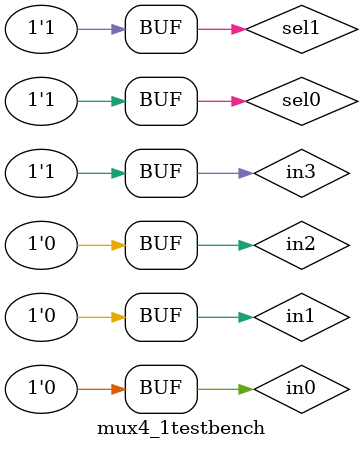
<source format=v>
`timescale 1ns / 1ps


module mux4_1testbench;

	// Inputs
	reg in0;
	reg in1;
	reg in2;
	reg in3;
	reg sel0;
	reg sel1;

	// Outputs
	wire out;

	// Instantiate the Unit Under Test (UUT)
	mux4_1 uut (
		.in0(in0), 
		.in1(in1), 
		.in2(in2), 
		.in3(in3), 
		.sel0(sel0), 
		.sel1(sel1), 
		.out(out)
	);

	initial begin
		
		in0 = 0;
		in1 = 0;
		in2 = 0;
		in3 = 0;
		sel0 = 0;
		sel1 = 0;

		
		#100;
        
		in0 = 1;
		in1 = 0;
		in2 = 0;
		in3 = 0;
		sel0 = 0;
		sel1 =0 ;
		
		
		#100;
		in0 = 0;
		in1 = 1;
		in2 = 0;
		in3 = 0;
		sel0 = 1;
		sel1 = 0;
		
		
		#100;
		in0 = 0;
		in1 = 0;
		in2 = 1;
		in3 = 0;
		sel0 = 0;
		sel1 = 1;
		
		#100;
		in0 = 0;
		in1 = 0;
		in2 = 0;
		in3 = 1;
		sel0 = 1;
		sel1 = 1;
		// Add stimulus here

	end
      
endmodule


</source>
